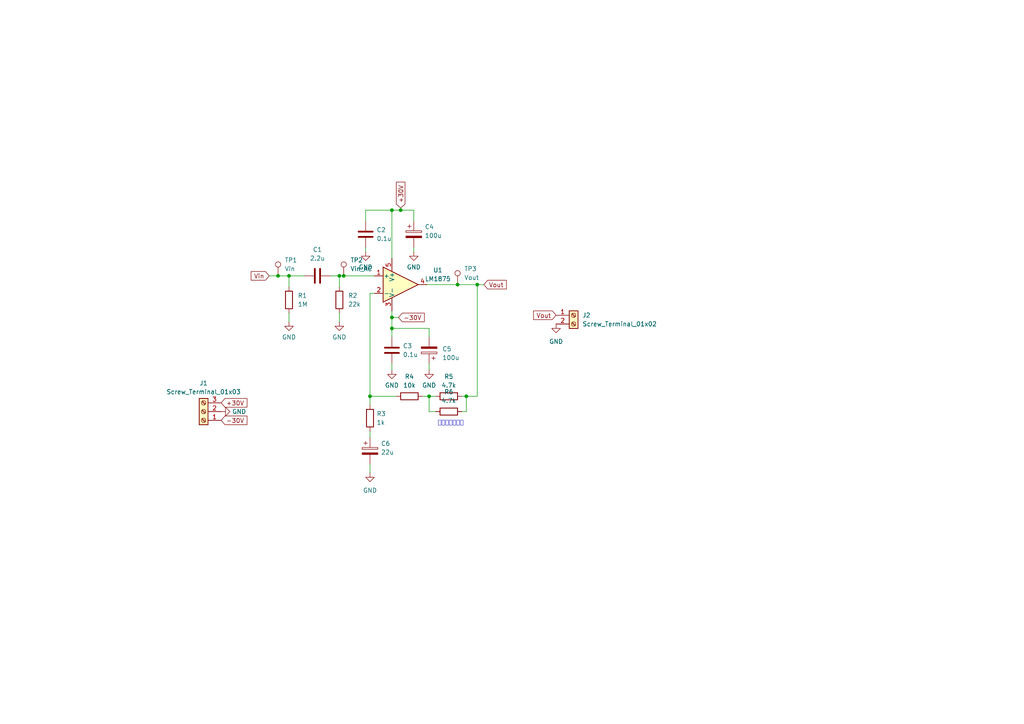
<source format=kicad_sch>
(kicad_sch (version 20230121) (generator eeschema)
  (paper "A4")
  (lib_symbols
    (symbol "Amplifier_Audio:LM1875" (pin_names (offset 0.127))
      (property "Reference" "U" (at 3.81 6.35 0))
      (property "Value" "LM1875" (at 3.81 3.81 0))
      (symbol "LM1875_0_1"
        (polyline (pts (xy -5.08 5.08) (xy 5.08 0) (xy -5.08 -5.08) (xy -5.08 5.08)) (stroke (width 0.254)) (fill (type background)))
      )
      (symbol "LM1875_1_1"
        (pin input line (at -7.62 2.54 0) (length 2.54) (name "+") (number "1"))
        (pin input line (at -7.62 -2.54 0) (length 2.54) (name "-") (number "2"))
        (pin power_in line (at -2.54 -7.62 90) (length 3.81) (name "V-") (number "3"))
        (pin output line (at 7.62 0 180) (length 2.54) (name "~") (number "4"))
        (pin power_in line (at -2.54 7.62 270) (length 3.81) (name "V+") (number "5"))
      )
    )
    (symbol "Connector:Screw_Terminal_01x02" (pin_names (offset 1.016) hide)
      (property "Reference" "J" (at 0 2.54 0))
      (property "Value" "Screw_Terminal_01x02" (at 0 -5.08 0))
      (symbol "Screw_Terminal_01x02_1_1"
        (rectangle (start -1.27 1.27) (end 1.27 -3.81) (stroke (width 0.254)) (fill (type background)))
        (circle (center 0 -2.54) (radius 0.635) (stroke (width 0.1524)))
        (polyline (pts (xy -0.5334 -2.2098) (xy 0.3302 -3.048)) (stroke (width 0.1524)))
        (polyline (pts (xy -0.5334 0.3302) (xy 0.3302 -0.508)) (stroke (width 0.1524)))
        (polyline (pts (xy -0.3556 -2.032) (xy 0.508 -2.8702)) (stroke (width 0.1524)))
        (polyline (pts (xy -0.3556 0.508) (xy 0.508 -0.3302)) (stroke (width 0.1524)))
        (circle (center 0 0) (radius 0.635) (stroke (width 0.1524)))
        (pin passive line (at -5.08 0 0) (length 3.81) (name "Pin_1") (number "1"))
        (pin passive line (at -5.08 -2.54 0) (length 3.81) (name "Pin_2") (number "2"))
      )
    )
    (symbol "Connector:Screw_Terminal_01x03" (pin_names (offset 1.016) hide)
      (property "Reference" "J" (at 0 5.08 0))
      (property "Value" "Screw_Terminal_01x03" (at 0 -5.08 0))
      (symbol "Screw_Terminal_01x03_1_1"
        (rectangle (start -1.27 3.81) (end 1.27 -3.81) (stroke (width 0.254)) (fill (type background)))
        (circle (center 0 -2.54) (radius 0.635) (stroke (width 0.1524)))
        (polyline (pts (xy -0.5334 -2.2098) (xy 0.3302 -3.048)) (stroke (width 0.1524)))
        (polyline (pts (xy -0.5334 0.3302) (xy 0.3302 -0.508)) (stroke (width 0.1524)))
        (polyline (pts (xy -0.5334 2.8702) (xy 0.3302 2.032)) (stroke (width 0.1524)))
        (polyline (pts (xy -0.3556 -2.032) (xy 0.508 -2.8702)) (stroke (width 0.1524)))
        (polyline (pts (xy -0.3556 0.508) (xy 0.508 -0.3302)) (stroke (width 0.1524)))
        (polyline (pts (xy -0.3556 3.048) (xy 0.508 2.2098)) (stroke (width 0.1524)))
        (circle (center 0 0) (radius 0.635) (stroke (width 0.1524)))
        (circle (center 0 2.54) (radius 0.635) (stroke (width 0.1524)))
        (pin passive line (at -5.08 2.54 0) (length 3.81) (name "Pin_1") (number "1"))
        (pin passive line (at -5.08 0 0) (length 3.81) (name "Pin_2") (number "2"))
        (pin passive line (at -5.08 -2.54 0) (length 3.81) (name "Pin_3") (number "3"))
      )
    )
    (symbol "Connector:TestPoint" (pin_numbers hide) (pin_names (offset 0.762) hide)
      (property "Reference" "TP" (at 0 6.858 0))
      (property "Value" "TestPoint" (at 0 5.08 0))
      (symbol "TestPoint_0_1"
        (circle (center 0 3.302) (radius 0.762))
      )
      (symbol "TestPoint_1_1"
        (pin passive line (at 0 0 90) (length 2.54) (name "1") (number "1"))
      )
    )
    (symbol "Device:C" (pin_numbers hide) (pin_names (offset 0.254))
      (property "Reference" "C" (at 0.635 2.54 0))
      (property "Value" "C" (at 0.635 -2.54 0))
      (symbol "C_0_1"
        (polyline (pts (xy -2.032 -0.762) (xy 2.032 -0.762)) (stroke (width 0.508)))
        (polyline (pts (xy -2.032 0.762) (xy 2.032 0.762)) (stroke (width 0.508)))
      )
      (symbol "C_1_1"
        (pin passive line (at 0 3.81 270) (length 2.794) (name "~") (number "1"))
        (pin passive line (at 0 -3.81 90) (length 2.794) (name "~") (number "2"))
      )
    )
    (symbol "Device:C_Polarized" (pin_numbers hide) (pin_names (offset 0.254))
      (property "Reference" "C" (at 0.635 2.54 0))
      (property "Value" "C_Polarized" (at 0.635 -2.54 0))
      (symbol "C_Polarized_0_1"
        (rectangle (start -2.286 0.508) (end 2.286 1.016))
        (polyline (pts (xy -1.778 2.286) (xy -0.762 2.286)))
        (polyline (pts (xy -1.27 2.794) (xy -1.27 1.778)))
        (rectangle (start 2.286 -0.508) (end -2.286 -1.016) (fill (type outline)))
      )
      (symbol "C_Polarized_1_1"
        (pin passive line (at 0 3.81 270) (length 2.794) (name "~") (number "1"))
        (pin passive line (at 0 -3.81 90) (length 2.794) (name "~") (number "2"))
      )
    )
    (symbol "Device:R" (pin_numbers hide) (pin_names (offset 0))
      (property "Reference" "R" (at 2.032 0 90))
      (property "Value" "R" (at 0 0 90))
      (symbol "R_0_1"
        (rectangle (start -1.016 -2.54) (end 1.016 2.54) (stroke (width 0.254)))
      )
      (symbol "R_1_1"
        (pin passive line (at 0 3.81 270) (length 1.27) (name "~") (number "1"))
        (pin passive line (at 0 -3.81 90) (length 1.27) (name "~") (number "2"))
      )
    )
    (symbol "power:GND" (power) (pin_names (offset 0))
      (property "Value" "GND" (at 0 -3.81 0))
      (symbol "GND_0_1"
        (polyline (pts (xy 0 0) (xy 0 -1.27) (xy 1.27 -1.27) (xy 0 -2.54) (xy -1.27 -1.27) (xy 0 -1.27)))
      )
      (symbol "GND_1_1"
        (pin power_in line (at 0 0 270) (length 0) hide (name "GND") (number "1"))
      )
    )
  )
  (junction (at 116.205 60.96))
  (junction (at 107.315 114.935))
  (junction (at 80.645 80.01))
  (junction (at 98.425 80.01))
  (junction (at 99.695 80.01))
  (junction (at 135.255 114.935))
  (junction (at 113.665 60.96))
  (junction (at 113.665 92.075))
  (junction (at 124.46 114.935))
  (junction (at 132.715 82.55))
  (junction (at 113.665 95.25))
  (junction (at 83.82 80.01))
  (junction (at 138.43 82.55))
  (wire (pts (xy 98.425 90.805) (xy 98.425 93.345)))
  (wire (pts (xy 113.665 90.17) (xy 113.665 92.075)))
  (wire (pts (xy 113.665 60.96) (xy 113.665 74.93)))
  (wire (pts (xy 133.985 119.38) (xy 135.255 119.38)))
  (wire (pts (xy 107.315 114.935) (xy 114.935 114.935)))
  (wire (pts (xy 106.045 71.755) (xy 106.045 73.025)))
  (wire (pts (xy 98.425 83.185) (xy 98.425 80.01)))
  (wire (pts (xy 113.665 95.25) (xy 124.46 95.25)))
  (wire (pts (xy 138.43 82.55) (xy 138.43 114.935)))
  (wire (pts (xy 106.045 60.96) (xy 113.665 60.96)))
  (wire (pts (xy 138.43 114.935) (xy 135.255 114.935)))
  (wire (pts (xy 120.015 71.755) (xy 120.015 73.025)))
  (wire (pts (xy 124.46 114.935) (xy 124.46 119.38)))
  (wire (pts (xy 108.585 85.09) (xy 107.315 85.09)))
  (wire (pts (xy 113.665 60.96) (xy 116.205 60.96)))
  (wire (pts (xy 98.425 80.01) (xy 99.695 80.01)))
  (wire (pts (xy 135.255 119.38) (xy 135.255 114.935)))
  (wire (pts (xy 126.365 114.935) (xy 124.46 114.935)))
  (wire (pts (xy 124.46 119.38) (xy 126.365 119.38)))
  (wire (pts (xy 116.205 60.96) (xy 120.015 60.96)))
  (wire (pts (xy 113.665 92.075) (xy 113.665 95.25)))
  (wire (pts (xy 132.715 82.55) (xy 123.825 82.55)))
  (wire (pts (xy 116.205 60.325) (xy 116.205 60.96)))
  (wire (pts (xy 107.315 85.09) (xy 107.315 114.935)))
  (wire (pts (xy 124.46 114.935) (xy 122.555 114.935)))
  (wire (pts (xy 83.82 80.01) (xy 83.82 83.185)))
  (wire (pts (xy 138.43 82.55) (xy 140.335 82.55)))
  (wire (pts (xy 80.645 80.01) (xy 83.82 80.01)))
  (wire (pts (xy 107.315 125.095) (xy 107.315 127)))
  (wire (pts (xy 83.82 90.805) (xy 83.82 93.345)))
  (wire (pts (xy 135.255 114.935) (xy 133.985 114.935)))
  (wire (pts (xy 106.045 64.135) (xy 106.045 60.96)))
  (wire (pts (xy 138.43 82.55) (xy 132.715 82.55)))
  (wire (pts (xy 115.57 92.075) (xy 113.665 92.075)))
  (wire (pts (xy 95.885 80.01) (xy 98.425 80.01)))
  (wire (pts (xy 113.665 105.41) (xy 113.665 107.315)))
  (wire (pts (xy 124.46 95.25) (xy 124.46 97.79)))
  (wire (pts (xy 83.82 80.01) (xy 88.265 80.01)))
  (wire (pts (xy 124.46 105.41) (xy 124.46 107.315)))
  (wire (pts (xy 120.015 60.96) (xy 120.015 64.135)))
  (wire (pts (xy 99.695 80.01) (xy 108.585 80.01)))
  (wire (pts (xy 78.105 80.01) (xy 80.645 80.01)))
  (wire (pts (xy 107.315 134.62) (xy 107.315 137.16)))
  (wire (pts (xy 107.315 114.935) (xy 107.315 117.475)))
  (wire (pts (xy 113.665 95.25) (xy 113.665 97.79)))
  (text "可変抵抗実装用" (at 127 123.825 0) (effects (font (size 1.27 1.27)) (justify left bottom)))
  (global_label "Vout" (shape input) (at 161.29 91.44 180) (property "Intersheetrefs" "${INTERSHEET_REFS}" (effects hide)))
  (global_label "Vin" (shape input) (at 78.105 80.01 180) (property "Intersheetrefs" "${INTERSHEET_REFS}" (effects hide)))
  (global_label "+30V" (shape input) (at 116.205 60.325 90) (property "Intersheetrefs" "${INTERSHEET_REFS}" (effects hide)))
  (global_label "Vout" (shape input) (at 140.335 82.55 0) (property "Intersheetrefs" "${INTERSHEET_REFS}" (effects hide)))
  (global_label "-30V" (shape input) (at 115.57 92.075 0) (property "Intersheetrefs" "${INTERSHEET_REFS}" (effects hide)))
  (global_label "-30V" (shape input) (at 64.135 121.92 0) (property "Intersheetrefs" "${INTERSHEET_REFS}" (effects hide)))
  (global_label "+30V" (shape input) (at 64.135 116.84 0) (property "Intersheetrefs" "${INTERSHEET_REFS}" (effects hide)))
  (symbol (lib_id "power:GND") (at 64.135 119.38 90) (unit 1)
    (property "Reference" "#PWR08" (effects hide))
    (property "Value" "GND" (at 67.31 119.38 90) (effects (justify right)))
  )
  (symbol (lib_id "Device:C_Polarized") (at 120.015 67.945 0) (unit 1)
    (property "Reference" "C4" (at 123.19 65.786 0) (effects (justify left)))
    (property "Value" "100u" (at 123.19 68.326 0) (effects (justify left)))
    (property "Footprint" "Capacitor_THT:CP_Radial_Tantal_D6.0mm_P2.50mm" (effects hide))
  )
  (symbol (lib_id "Device:R") (at 107.315 121.285 0) (unit 1)
    (property "Reference" "R3" (at 109.22 120.015 0) (effects (justify left)))
    (property "Value" "1k" (at 109.22 122.555 0) (effects (justify left)))
    (property "Footprint" "Resistor_SMD:R_0603_1608Metric" (effects hide))
  )
  (symbol (lib_id "power:GND") (at 113.665 107.315 0) (unit 1)
    (property "Reference" "#PWR05" (effects hide))
    (property "Value" "GND" (at 113.665 111.76 0))
  )
  (symbol (lib_id "Device:C") (at 113.665 101.6 0) (unit 1)
    (property "Reference" "C3" (at 116.84 100.33 0) (effects (justify left)))
    (property "Value" "0.1u" (at 116.84 102.87 0) (effects (justify left)))
    (property "Footprint" "Capacitor_SMD:C_0603_1608Metric" (effects hide))
  )
  (symbol (lib_id "Connector:Screw_Terminal_01x02") (at 166.37 91.44 0) (unit 1)
    (property "Reference" "J2" (at 168.91 91.44 0) (effects (justify left)))
    (property "Value" "Screw_Terminal_01x02" (at 168.91 93.98 0) (effects (justify left)))
    (property "Footprint" "TerminalBlock:TerminalBlock_bornier-2_P5.08mm" (effects hide))
  )
  (symbol (lib_id "Connector:TestPoint") (at 80.645 80.01 0) (unit 1)
    (property "Reference" "TP1" (at 82.55 75.438 0) (effects (justify left)))
    (property "Value" "Vin" (at 82.55 77.978 0) (effects (justify left)))
    (property "Footprint" "TestPoint_THTPad_D2.5mm_Drill1.2mm" (effects hide))
  )
  (symbol (lib_id "Device:C") (at 92.075 80.01 90) (unit 1)
    (property "Reference" "C1" (at 92.075 72.39 90))
    (property "Value" "2.2u" (at 92.075 74.93 90))
    (property "Footprint" "Capacitor_SMD:C_1206_3216Metric" (effects hide))
  )
  (symbol (lib_id "Device:R") (at 130.175 114.935 90) (unit 1)
    (property "Reference" "R5" (at 130.175 109.22 90))
    (property "Value" "4.7k" (at 130.175 111.76 90))
    (property "Footprint" "Resistor_SMD:R_0603_1608Metric" (effects hide))
  )
  (symbol (lib_id "Connector:Screw_Terminal_01x03") (at 59.055 119.38 180) (unit 1)
    (property "Reference" "J1" (at 59.055 111.125 0))
    (property "Value" "Screw_Terminal_01x03" (at 59.055 113.665 0))
    (property "Footprint" "TerminalBlock:TerminalBlock_bornier-3_P5.08mm" (effects hide))
  )
  (symbol (lib_id "power:GND") (at 124.46 107.315 0) (unit 1)
    (property "Reference" "#PWR06" (effects hide))
    (property "Value" "GND" (at 124.46 111.76 0))
  )
  (symbol (lib_id "power:GND") (at 120.015 73.025 0) (unit 1)
    (property "Reference" "#PWR04" (effects hide))
    (property "Value" "GND" (at 120.015 77.47 0))
  )
  (symbol (lib_id "power:GND") (at 107.315 137.16 0) (unit 1)
    (property "Reference" "#PWR07" (effects hide))
    (property "Value" "GND" (at 107.315 142.24 0))
  )
  (symbol (lib_id "Device:C_Polarized") (at 124.46 101.6 180) (unit 1)
    (property "Reference" "C5" (at 128.27 101.219 0) (effects (justify right)))
    (property "Value" "100u" (at 128.27 103.759 0) (effects (justify right)))
    (property "Footprint" "Capacitor_THT:CP_Radial_Tantal_D6.0mm_P2.50mm" (effects hide))
  )
  (symbol (lib_id "power:GND") (at 161.29 93.98 0) (unit 1)
    (property "Reference" "#PWR09" (effects hide))
    (property "Value" "GND" (at 161.29 99.06 0))
  )
  (symbol (lib_id "power:GND") (at 83.82 93.345 0) (unit 1)
    (property "Reference" "#PWR01" (effects hide))
    (property "Value" "GND" (at 83.82 97.79 0))
  )
  (symbol (lib_id "Connector:TestPoint") (at 132.715 82.55 0) (unit 1)
    (property "Reference" "TP3" (at 134.62 77.978 0) (effects (justify left)))
    (property "Value" "Vout" (at 134.62 80.518 0) (effects (justify left)))
    (property "Footprint" "TestPoint_THTPad_D2.5mm_Drill1.2mm" (effects hide))
  )
  (symbol (lib_id "power:GND") (at 98.425 93.345 0) (unit 1)
    (property "Reference" "#PWR02" (effects hide))
    (property "Value" "GND" (at 98.425 97.79 0))
  )
  (symbol (lib_id "Device:R") (at 98.425 86.995 0) (unit 1)
    (property "Reference" "R2" (at 100.965 85.725 0) (effects (justify left)))
    (property "Value" "22k" (at 100.965 88.265 0) (effects (justify left)))
    (property "Footprint" "Resistor_SMD:R_0603_1608Metric" (effects hide))
  )
  (symbol (lib_id "Device:C") (at 106.045 67.945 0) (unit 1)
    (property "Reference" "C2" (at 109.22 66.675 0) (effects (justify left)))
    (property "Value" "0.1u" (at 109.22 69.215 0) (effects (justify left)))
    (property "Footprint" "Capacitor_SMD:C_0603_1608Metric" (effects hide))
  )
  (symbol (lib_id "Device:R") (at 83.82 86.995 0) (unit 1)
    (property "Reference" "R1" (at 86.36 85.725 0) (effects (justify left)))
    (property "Value" "1M" (at 86.36 88.265 0) (effects (justify left)))
    (property "Footprint" "Resistor_SMD:R_0603_1608Metric" (effects hide))
  )
  (symbol (lib_id "Amplifier_Audio:LM1875") (at 116.205 82.55 0) (unit 1)
    (property "Reference" "U1" (at 127 78.3591 0))
    (property "Value" "LM1875" (at 127 80.8991 0))
    (property "Footprint" "Package_TO_SOT_THT:TO-220-5_P3.4x3.7mm_StaggerOdd_Lead3.8mm_Vertical" (effects hide))
    (property "Datasheet" "http://www.ti.com/lit/ds/symlink/lm1875.pdf" (effects hide))
  )
  (symbol (lib_id "Connector:TestPoint") (at 99.695 80.01 0) (unit 1)
    (property "Reference" "TP2" (at 101.6 75.438 0) (effects (justify left)))
    (property "Value" "Vin_AC" (at 101.6 77.978 0) (effects (justify left)))
    (property "Footprint" "TestPoint_THTPad_D2.5mm_Drill1.2mm" (effects hide))
  )
  (symbol (lib_id "Device:R") (at 118.745 114.935 90) (unit 1)
    (property "Reference" "R4" (at 118.745 109.22 90))
    (property "Value" "10k" (at 118.745 111.76 90))
    (property "Footprint" "Resistor_SMD:R_0603_1608Metric" (effects hide))
  )
  (symbol (lib_id "power:GND") (at 106.045 73.025 0) (unit 1)
    (property "Reference" "#PWR03" (effects hide))
    (property "Value" "GND" (at 106.045 77.47 0))
  )
  (symbol (lib_id "Device:C_Polarized") (at 107.315 130.81 0) (unit 1)
    (property "Reference" "C6" (at 110.49 128.651 0) (effects (justify left)))
    (property "Value" "22u" (at 110.49 131.191 0) (effects (justify left)))
    (property "Footprint" "Capacitor_THT:CP_Radial_Tantal_D6.0mm_P2.50mm" (effects hide))
  )
  (symbol (lib_id "Device:R") (at 130.175 119.38 90) (unit 1)
    (property "Reference" "R6" (at 130.175 113.665 90))
    (property "Value" "4.7k" (at 130.175 116.205 90))
    (property "Footprint" "Connector_PinHeader_2.54mm:PinHeader_1x02_P2.54mm_Vertical" (effects hide))
  )
)
</source>
